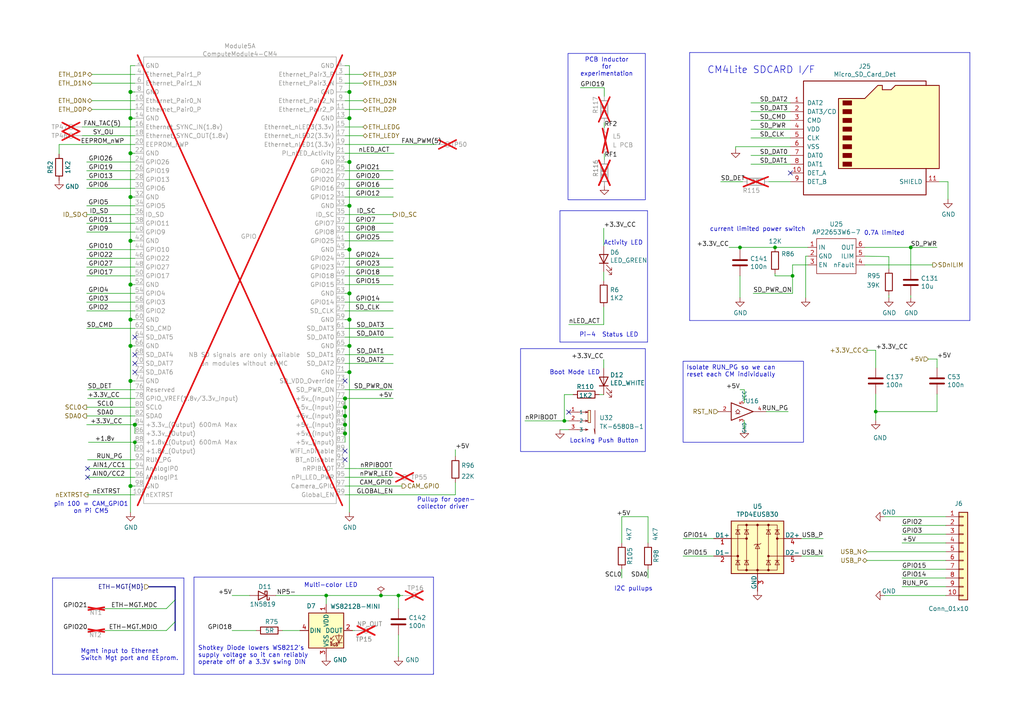
<source format=kicad_sch>
(kicad_sch (version 20231120) (generator "eeschema") (generator_version "8.0")
  (paper "A4")
  (title_block (title "Hexa-Pi") (date "2024-01/02") (rev "1.0") (company "Coxyz") (comment 1 "fjc"))
  (junction (at 37.846 110.49) (diameter 1.016))
  (junction (at 101.346 46.99) (diameter 1.016))
  (junction (at 101.346 107.95) (diameter 1.016))
  (junction (at 101.346 92.71) (diameter 1.016))
  (junction (at 115.57 172.72))
  (junction (at 39.116 123.19) (diameter 1.016))
  (junction (at 101.346 100.33) (diameter 1.016))
  (junction (at 100.076 125.73) (diameter 1.016))
  (junction (at 37.846 82.55) (diameter 1.016))
  (junction (at 101.346 72.39) (diameter 1.016))
  (junction (at 101.346 26.67) (diameter 1.016))
  (junction (at 37.846 92.71) (diameter 1.016))
  (junction (at 37.846 26.67) (diameter 1.016))
  (junction (at 101.346 59.69) (diameter 1.016))
  (junction (at 37.846 100.33) (diameter 1.016))
  (junction (at 100.076 120.65) (diameter 1.016))
  (junction (at 254 119.38))
  (junction (at 214.63 71.755))
  (junction (at 37.846 34.29) (diameter 1.016))
  (junction (at 224.79 71.755) (diameter 0.9144))
  (junction (at 37.846 57.15) (diameter 1.016))
  (junction (at 94.615 172.72))
  (junction (at 39.116 128.27))
  (junction (at 37.846 44.45) (diameter 1.016))
  (junction (at 229.87 80.01))
  (junction (at 100.076 123.19) (diameter 1.016))
  (junction (at 163.6804 122.0737))
  (junction (at 110.49 172.72))
  (junction (at 37.846 69.85) (diameter 1.016))
  (junction (at 100.076 118.11) (diameter 1.016))
  (junction (at 37.846 140.97) (diameter 1.016))
  (junction (at 264.16 71.755) (diameter 0.9144))
  (junction (at 100.076 115.57) (diameter 1.016))
  (junction (at 101.346 34.29) (diameter 1.016))
  (junction (at 101.346 85.09) (diameter 1.016))
  (no_connect (at 39.116 107.95))
  (no_connect (at 25.4 135.89))
  (no_connect (at 39.116 102.87))
  (no_connect (at 164.9504 119.5337))
  (no_connect (at 229.235 50.165))
  (no_connect (at 39.116 105.41))
  (no_connect (at 100.076 110.49))
  (no_connect (at 25.4 138.43))
  (no_connect (at 100.076 133.35))
  (no_connect (at 39.116 97.79))
  (no_connect (at 100.076 130.81))
  (bus_entry (at 50.8 173.99) (size -2.54 2.54))
  (bus_entry (at 50.8 180.34) (size -2.54 2.54))
  (wire (pts (xy 229.235 32.385) (xy 217.805 32.385)))
  (wire (pts (xy 100.076 92.71) (xy 101.346 92.71)))
  (wire (pts (xy 229.87 80.01) (xy 224.79 80.01)))
  (wire (pts (xy 37.846 26.67) (xy 37.846 34.29)))
  (wire (pts (xy 132.08 139.954) (xy 132.08 143.51)))
  (wire (pts (xy 100.076 140.97) (xy 116.586 140.97)))
  (wire (pts (xy 101.346 85.09) (xy 101.346 92.71)))
  (wire (pts (xy 37.846 100.33) (xy 39.116 100.33)))
  (wire (pts (xy 39.116 26.67) (xy 37.846 26.67)))
  (wire (pts (xy 115.57 172.72) (xy 116.84 172.72)))
  (wire (pts (xy 214.63 72.39) (xy 214.63 71.755)))
  (wire (pts (xy 175.1104 94.1337) (xy 175.1104 89.0537)))
  (wire (pts (xy 251.46 160.02) (xy 274.32 160.02)))
  (wire (pts (xy 100.076 120.65) (xy 100.076 123.19)))
  (wire (pts (xy 272.415 52.705) (xy 274.955 52.705)))
  (wire (pts (xy 261.62 167.64) (xy 274.32 167.64)))
  (wire (pts (xy 100.076 41.91) (xy 125.0579 41.91)))
  (wire (pts (xy 100.076 67.31) (xy 114.046 67.31)))
  (wire (pts (xy 175.1104 78.8937) (xy 175.1104 81.4337)))
  (wire (pts (xy 100.076 24.13) (xy 105.2993 24.13)))
  (wire (pts (xy 100.076 87.63) (xy 114.046 87.63)))
  (wire (pts (xy 254 101.6) (xy 254 106.68)))
  (wire (pts (xy 100.076 85.09) (xy 101.346 85.09)))
  (wire (pts (xy 100.076 54.61) (xy 114.046 54.61)))
  (wire (pts (xy 37.846 92.71) (xy 39.116 92.71)))
  (wire (pts (xy 100.076 115.57) (xy 100.076 118.11)))
  (wire (pts (xy 251.46 101.6) (xy 254 101.6)))
  (wire (pts (xy 39.116 125.73) (xy 39.116 123.19)))
  (wire (pts (xy 180.34 149.86) (xy 180.34 157.48)))
  (wire (pts (xy 25.146 54.61) (xy 39.116 54.61)))
  (wire (pts (xy 101.346 92.71) (xy 101.346 100.33)))
  (wire (pts (xy 25.146 49.53) (xy 39.116 49.53)))
  (wire (pts (xy 26.67 31.75) (xy 39.116 31.75)))
  (wire (pts (xy 25.654 128.27) (xy 39.116 128.27)))
  (wire (pts (xy 100.076 19.05) (xy 101.346 19.05)))
  (wire (pts (xy 100.076 135.89) (xy 113.8154 135.9227)))
  (wire (pts (xy 175.26 36.9873) (xy 175.2619 36.9873)))
  (wire (pts (xy 37.846 69.85) (xy 39.116 69.85)))
  (wire (pts (xy 100.076 138.43) (xy 114.046 138.43)))
  (bus (pts (xy 43.18 170.18) (xy 50.8 170.18)))
  (wire (pts (xy 180.34 167.64) (xy 180.34 165.1)))
  (wire (pts (xy 261.62 165.1) (xy 274.32 165.1)))
  (polyline (pts (xy 200.025 15.24) (xy 281.305 15.24)) (stroke (width 0) (type solid)))
  (wire (pts (xy 100.076 105.41) (xy 114.046 105.41)))
  (wire (pts (xy 25.146 143.51) (xy 39.116 143.51)))
  (wire (pts (xy 173.8404 114.4537) (xy 175.1104 114.4537)))
  (wire (pts (xy 229.235 40.005) (xy 217.805 40.005)))
  (wire (pts (xy 101.346 26.67) (xy 101.346 34.29)))
  (wire (pts (xy 101.346 34.29) (xy 101.346 46.99)))
  (polyline (pts (xy 125.73 195.326) (xy 125.73 195.58)) (stroke (width 0) (type solid)))
  (wire (pts (xy 271.78 104.14) (xy 271.78 106.68)))
  (wire (pts (xy 25.146 52.07) (xy 39.116 52.07)))
  (wire (pts (xy 25.146 90.17) (xy 39.116 90.17)))
  (wire (pts (xy 211.455 71.755) (xy 214.63 71.755)))
  (wire (pts (xy 25.146 62.23) (xy 39.116 62.23)))
  (wire (pts (xy 213.36 42.545) (xy 213.36 43.18)))
  (wire (pts (xy 217.805 37.465) (xy 229.235 37.465)))
  (wire (pts (xy 37.846 110.49) (xy 39.116 110.49)))
  (wire (pts (xy 126.4928 41.8976) (xy 125.0579 41.8976)))
  (wire (pts (xy 101.346 19.05) (xy 101.346 26.67)))
  (wire (pts (xy 39.116 130.81) (xy 39.116 128.27)))
  (wire (pts (xy 25.146 95.25) (xy 39.116 95.25)))
  (wire (pts (xy 25.146 118.11) (xy 39.116 118.11)))
  (wire (pts (xy 217.805 45.085) (xy 229.235 45.085)))
  (wire (pts (xy 37.846 69.85) (xy 37.846 82.55)))
  (wire (pts (xy 37.846 110.49) (xy 37.846 140.97)))
  (wire (pts (xy 214.63 113.03) (xy 215.9 113.03)))
  (wire (pts (xy 198.12 156.21) (xy 207.01 156.21)))
  (wire (pts (xy 254 119.38) (xy 271.78 119.38)))
  (wire (pts (xy 100.076 31.75) (xy 105.2993 31.75)))
  (wire (pts (xy 115.57 184.15) (xy 115.57 190.5)))
  (wire (pts (xy 37.846 100.33) (xy 37.846 110.49)))
  (polyline (pts (xy 281.305 15.24) (xy 281.305 92.964)) (stroke (width 0) (type solid)))
  (wire (pts (xy 37.846 140.97) (xy 37.846 148.59)))
  (wire (pts (xy 25.146 74.93) (xy 39.116 74.93)))
  (wire (pts (xy 101.346 107.95) (xy 101.346 148.59)))
  (wire (pts (xy 39.116 140.97) (xy 37.846 140.97)))
  (wire (pts (xy 251.46 162.56) (xy 274.32 162.56)))
  (wire (pts (xy 25.146 72.39) (xy 39.116 72.39)))
  (wire (pts (xy 23.876 36.83) (xy 39.116 36.83)))
  (wire (pts (xy 37.846 19.05) (xy 37.846 26.67)))
  (wire (pts (xy 37.846 57.15) (xy 37.846 69.85)))
  (wire (pts (xy 163.6804 114.4537) (xy 166.2204 114.4537)))
  (polyline (pts (xy 15.24 167.64) (xy 15.24 195.58)) (stroke (width 0) (type solid)))
  (polyline (pts (xy 15.24 167.64) (xy 53.34 167.64)) (stroke (width 0) (type solid)))
  (polyline (pts (xy 15.24 195.58) (xy 53.34 195.58)) (stroke (width 0) (type solid)))
  (polyline (pts (xy 53.34 195.58) (xy 53.34 167.64)) (stroke (width 0) (type solid)))
  (bus (pts (xy 50.8 170.18) (xy 50.8 173.99)))
  (wire (pts (xy 37.846 44.45) (xy 39.116 44.45)))
  (wire (pts (xy 110.49 172.72) (xy 115.57 172.72)))
  (wire (pts (xy 25.146 67.31) (xy 39.116 67.31)))
  (wire (pts (xy 100.076 74.93) (xy 114.046 74.93)))
  (wire (pts (xy 100.076 123.19) (xy 100.076 125.73)))
  (wire (pts (xy 100.076 52.07) (xy 114.046 52.07)))
  (wire (pts (xy 222.25 119.38) (xy 228.6 119.38)))
  (polyline (pts (xy 162.4104 61.1137) (xy 187.8104 61.1137)) (stroke (width 0) (type solid)))
  (polyline (pts (xy 162.4104 99.2137) (xy 162.4104 61.1137)) (stroke (width 0) (type solid)))
  (polyline (pts (xy 187.8104 61.1137) (xy 187.8104 99.2137)) (stroke (width 0) (type solid)))
  (wire (pts (xy 25.146 87.63) (xy 39.116 87.63)))
  (wire (pts (xy 224.79 71.755) (xy 234.315 71.755)))
  (wire (pts (xy 17.145 41.91) (xy 17.145 44.704)))
  (wire (pts (xy 114.046 95.25) (xy 100.076 95.25)))
  (wire (pts (xy 30.48 182.88) (xy 48.26 182.88)))
  (wire (pts (xy 100.076 57.15) (xy 114.046 57.15)))
  (wire (pts (xy 37.846 82.55) (xy 37.846 92.71)))
  (wire (pts (xy 175.3003 44.6661) (xy 175.3003 46.3035)))
  (wire (pts (xy 100.076 29.21) (xy 105.2993 29.21)))
  (wire (pts (xy 114.046 102.87) (xy 100.076 102.87)))
  (wire (pts (xy 37.846 34.29) (xy 37.846 44.45)))
  (wire (pts (xy 215.9 124.46) (xy 215.9 121.92)))
  (wire (pts (xy 250.825 76.835) (xy 270.51 76.835)))
  (wire (pts (xy 23.876 39.37) (xy 39.116 39.37)))
  (wire (pts (xy 175.2619 44.6661) (xy 175.3003 44.6661)))
  (wire (pts (xy 214.63 80.01) (xy 214.63 86.36)))
  (wire (pts (xy 215.9 113.03) (xy 215.9 116.84)))
  (wire (pts (xy 229.235 52.705) (xy 223.0252 52.705)))
  (wire (pts (xy 175.2619 44.6661) (xy 175.2619 44.6073)))
  (wire (pts (xy 25.146 123.19) (xy 39.116 123.19)))
  (wire (pts (xy 26.67 24.13) (xy 39.116 24.13)))
  (wire (pts (xy 257.81 85.598) (xy 257.81 86.36)))
  (wire (pts (xy 256.54 172.72) (xy 274.32 172.72)))
  (wire (pts (xy 25.146 64.77) (xy 39.116 64.77)))
  (wire (pts (xy 100.076 49.53) (xy 114.046 49.53)))
  (wire (pts (xy 94.615 172.72) (xy 94.615 175.26)))
  (wire (pts (xy 25.146 59.69) (xy 39.116 59.69)))
  (wire (pts (xy 254 121.92) (xy 254 119.38)))
  (wire (pts (xy 100.076 113.03) (xy 114.046 113.03)))
  (wire (pts (xy 100.076 118.11) (xy 100.076 120.65)))
  (wire (pts (xy 25.4 133.35) (xy 39.116 133.35)))
  (wire (pts (xy 100.076 44.45) (xy 114.3 44.45)))
  (wire (pts (xy 250.825 71.755) (xy 264.16 71.755)))
  (wire (pts (xy 264.16 71.755) (xy 271.78 71.755)))
  (wire (pts (xy 100.076 64.77) (xy 114.046 64.77)))
  (wire (pts (xy 261.62 154.94) (xy 274.32 154.94)))
  (wire (pts (xy 37.846 92.71) (xy 37.846 100.33)))
  (wire (pts (xy 218.44 85.09) (xy 229.87 85.09)))
  (wire (pts (xy 224.79 80.01) (xy 224.79 79.375)))
  (wire (pts (xy 229.87 76.835) (xy 229.87 80.01)))
  (wire (pts (xy 234.315 76.835) (xy 229.87 76.835)))
  (wire (pts (xy 198.12 161.29) (xy 207.01 161.29)))
  (wire (pts (xy 213.36 42.545) (xy 229.235 42.545)))
  (wire (pts (xy 80.01 172.72) (xy 94.615 172.72)))
  (wire (pts (xy 30.48 176.53) (xy 48.26 176.53)))
  (wire (pts (xy 274.955 52.705) (xy 274.955 57.785)))
  (wire (pts (xy 100.076 62.23) (xy 114.046 62.23)))
  (wire (pts (xy 100.076 59.69) (xy 101.346 59.69)))
  (wire (pts (xy 175.26 35.56) (xy 175.26 36.9873)))
  (wire (pts (xy 100.076 143.51) (xy 132.08 143.51)))
  (polyline (pts (xy 56.261 167.386) (xy 56.261 195.58)) (stroke (width 0) (type solid)))
  (polyline (pts (xy 56.261 167.386) (xy 125.73 167.386)) (stroke (width 0) (type solid)))
  (polyline (pts (xy 56.261 195.58) (xy 125.73 195.58)) (stroke (width 0) (type solid)))
  (polyline (pts (xy 125.73 195.326) (xy 125.73 167.386)) (stroke (width 0) (type solid)))
  (polyline (pts (xy 200.025 92.964) (xy 200.025 15.24)) (stroke (width 0) (type solid)))
  (wire (pts (xy 232.41 161.29) (xy 238.76 161.29)))
  (wire (pts (xy 100.076 26.67) (xy 101.346 26.67)))
  (wire (pts (xy 152.2504 122.0737) (xy 163.6804 122.0737)))
  (wire (pts (xy 234.315 74.295) (xy 233.68 74.295)))
  (wire (pts (xy 100.076 97.79) (xy 114.046 97.79)))
  (wire (pts (xy 101.346 72.39) (xy 101.346 85.09)))
  (wire (pts (xy 100.076 107.95) (xy 101.346 107.95)))
  (wire (pts (xy 261.62 170.18) (xy 274.32 170.18)))
  (wire (pts (xy 261.62 152.4) (xy 274.32 152.4)))
  (wire (pts (xy 180.34 149.86) (xy 187.96 149.86)))
  (wire (pts (xy 101.346 100.33) (xy 101.346 107.95)))
  (wire (pts (xy 163.6804 122.0737) (xy 164.9504 122.0737)))
  (wire (pts (xy 25.146 80.01) (xy 39.116 80.01)))
  (wire (pts (xy 100.076 100.33) (xy 101.346 100.33)))
  (wire (pts (xy 25.146 46.99) (xy 39.116 46.99)))
  (wire (pts (xy 39.116 19.05) (xy 37.846 19.05)))
  (wire (pts (xy 175.26 27.94) (xy 175.26 25.4335)))
  (wire (pts (xy 37.846 57.15) (xy 39.116 57.15)))
  (wire (pts (xy 100.076 72.39) (xy 101.346 72.39)))
  (wire (pts (xy 100.076 36.83) (xy 105.2993 36.83)))
  (wire (pts (xy 261.62 157.48) (xy 274.32 157.48)))
  (wire (pts (xy 102.235 182.88) (xy 102.87 182.88)))
  (wire (pts (xy 269.24 104.14) (xy 271.78 104.14)))
  (wire (pts (xy 217.805 29.845) (xy 229.235 29.845)))
  (wire (pts (xy 257.81 74.422) (xy 257.81 77.978)))
  (wire (pts (xy 232.41 156.21) (xy 238.76 156.21)))
  (bus (pts (xy 50.8 180.34) (xy 50.8 182.88)))
  (wire (pts (xy 25.4 138.43) (xy 39.116 138.43)))
  (wire (pts (xy 209.0369 52.7092) (xy 215.4052 52.7092)))
  (wire (pts (xy 39.116 34.29) (xy 37.846 34.29)))
  (wire (pts (xy 81.915 182.88) (xy 86.995 182.88)))
  (polyline (pts (xy 162.4104 99.2137) (xy 187.8104 99.2137)) (stroke (width 0) (type solid)))
  (wire (pts (xy 26.67 29.21) (xy 39.116 29.21)))
  (polyline (pts (xy 281.305 92.964) (xy 200.025 92.964)) (stroke (width 0) (type solid)))
  (wire (pts (xy 67.31 172.72) (xy 72.39 172.72)))
  (wire (pts (xy 17.145 41.91) (xy 39.116 41.91)))
  (wire (pts (xy 175.1104 66.1937) (xy 175.1104 71.2737)))
  (wire (pts (xy 264.16 78.105) (xy 264.16 71.755)))
  (wire (pts (xy 233.68 74.295) (xy 233.68 86.36)))
  (wire (pts (xy 229.87 80.01) (xy 229.87 85.09)))
  (wire (pts (xy 25.4 113.03) (xy 39.116 113.03)))
  (wire (pts (xy 125.0579 41.8976) (xy 125.0579 41.91)))
  (wire (pts (xy 67.31 182.88) (xy 74.295 182.88)))
  (wire (pts (xy 25.146 77.47) (xy 39.116 77.47)))
  (wire (pts (xy 37.846 44.45) (xy 37.846 57.15)))
  (wire (pts (xy 250.825 74.295) (xy 257.81 74.422)))
  (wire (pts (xy 264.16 86.36) (xy 264.16 85.725)))
  (wire (pts (xy 100.076 69.85) (xy 114.046 69.85)))
  (wire (pts (xy 214.63 71.755) (xy 224.79 71.755)))
  (wire (pts (xy 175.26 25.4335) (xy 168.3266 25.4335)))
  (wire (pts (xy 100.076 80.01) (xy 114.046 80.01)))
  (wire (pts (xy 100.076 125.73) (xy 100.076 128.27)))
  (wire (pts (xy 271.78 114.3) (xy 271.78 119.38)))
  (wire (pts (xy 37.846 82.55) (xy 39.116 82.55)))
  (wire (pts (xy 163.6804 114.4537) (xy 163.6804 122.0737)))
  (wire (pts (xy 101.346 59.69) (xy 101.346 72.39)))
  (wire (pts (xy 187.96 149.86) (xy 187.96 157.48)))
  (wire (pts (xy 217.805 34.925) (xy 229.235 34.925)))
  (wire (pts (xy 25.4 115.57) (xy 39.116 115.57)))
  (wire (pts (xy 100.076 34.29) (xy 101.346 34.29)))
  (bus (pts (xy 50.8 173.99) (xy 50.8 180.34)))
  (wire (pts (xy 25.146 85.09) (xy 39.116 85.09)))
  (wire (pts (xy 254 114.3) (xy 254 119.38)))
  (wire (pts (xy 229.235 47.625) (xy 217.805 47.625)))
  (wire (pts (xy 25.146 120.65) (xy 39.116 120.65)))
  (wire (pts (xy 115.57 172.72) (xy 115.57 176.53)))
  (wire (pts (xy 25.4 135.89) (xy 39.116 135.89)))
  (wire (pts (xy 100.076 46.99) (xy 101.346 46.99)))
  (wire (pts (xy 26.67 21.59) (xy 39.116 21.59)))
  (wire (pts (xy 100.076 39.37) (xy 105.2993 39.37)))
  (wire (pts (xy 100.076 115.57) (xy 114.046 115.57)))
  (wire (pts (xy 114.046 90.17) (xy 100.076 90.17)))
  (wire (pts (xy 162.4104 124.6137) (xy 164.9504 124.6137)))
  (wire (pts (xy 100.076 82.55) (xy 114.046 82.55)))
  (wire (pts (xy 101.346 46.99) (xy 101.346 59.69)))
  (wire (pts (xy 132.08 130.429) (xy 132.08 132.334)))
  (wire (pts (xy 223.0252 52.705) (xy 223.0252 52.7092)))
  (wire (pts (xy 164.9504 94.1337) (xy 175.1104 94.1337)))
  (wire (pts (xy 175.1104 104.2937) (xy 175.1104 106.8337)))
  (wire (pts (xy 100.076 77.47) (xy 114.046 77.47)))
  (wire (pts (xy 187.96 167.64) (xy 187.96 165.1)))
  (wire (pts (xy 100.076 21.59) (xy 105.2993 21.59)))
  (wire (pts (xy 94.615 172.72) (xy 110.49 172.72)))
  (wire (pts (xy 256.54 149.86) (xy 274.32 149.86)))
  (rectangle (start 150.9804 101.1187) (end 187.1754 130.9637))
  (text_box "PCB Inductor\nfor \nexperimentation" (at 164.7448 15.4998 0) (size 22.4306 42.4389) (effects (font (size 1.27 1.27)) (justify top)))
  (text_box "I2C pullups" (at 177.165 168.91 0) (size 13.2736 3.5923) (stroke (width -0.0001)) (effects (font (size 1.27 1.27)) (justify left top)))
  (text_box "Isolate RUN_PG so we can\nreset each CM individually" (at 198.12 104.775 0) (size 34.925 23.495) (effects (font (size 1.27 1.27)) (justify left top)))
  (text "Boot Mode LED" (at 159.3624 108.8657 0) (effects (font (size 1.27 1.27)) (justify left bottom)))
  (text "Locking Push Button" (at 165.2044 128.6777 0) (effects (font (size 1.27 1.27)) (justify left bottom)))
  (text "0.7A limited" (at 262.382 68.453 0) (effects (font (size 1.27 1.27)) (justify right bottom)))
  (text "Pi-4  Status LED\n" (at 167.9984 97.9437 0) (effects (font (size 1.27 1.27)) (justify left bottom)))
  (text "CM4Lite SDCARD I/F" (at 205.105 21.59 0) (effects (font (size 2.007 2.007)) (justify left bottom)))
  (text "Pullup for open-\ncollector driver" (at 120.904 147.828 0) (effects (font (size 1.27 1.27)) (justify left bottom)))
  (text "Shotkey Diode lowers WS8212's\nsupply voltage so it can reliably\noperate off of a 3.3V swing DIN" (at 57.404 192.913 0) (effects (font (size 1.27 1.27)) (justify left bottom)))
  (text "Multi-color LED" (at 88.138 170.561 0) (effects (font (size 1.27 1.27)) (justify left bottom)))
  (text "Mgmt input to Ethernet \nSwitch Mgt port and EEprom." (at 23.368 191.77 0) (effects (font (size 1.27 1.27)) (justify left bottom)))
  (text "pin 100 = CAM_GPIO1\non Pi CM5" (at 26.416 147.32 0) (effects (font (size 1.27 1.27))))
  (text "current limited power switch" (at 233.68 67.31 0) (effects (font (size 1.27 1.27)) (justify right bottom)))
  (text "Activity LED" (at 175.1104 71.2737 0) (effects (font (size 1.27 1.27)) (justify left bottom)))
  (label "+5V" (at 182.88 149.86 180))
  (label "AIN1{slash}CC1" (at 36.4552 135.89 180))
  (label "+3.3V_CC" (at 25.4 115.57 0))
  (label "SD_PWR_ON" (at 218.44 85.09 0))
  (label "GPIO20" (at 110.236 52.07 180))
  (label "GPIO19" (at 168.3266 25.4335 0))
  (label "GPIO21" (at 25.4 176.53 180))
  (label "SCL0" (at 33.02 118.11 180))
  (label "EEPROM_nWP" (at 36.068 41.91 180))
  (label "GPIO2" (at 31.496 90.17 180))
  (label "SD_DAT0" (at 220.345 45.085 0))
  (label "GPIO13" (at 32.766 52.07 180))
  (label "ETH-MGT.MDIO" (at 45.72 182.88 180))
  (label "nLED_ACT" (at 113.03 44.45 180))
  (label "GPIO8" (at 108.966 67.31 180))
  (label "GPIO23" (at 110.236 77.47 180))
  (label "GPIO4" (at 31.496 85.09 180))
  (label "nLED_ACT" (at 164.9504 94.1337 0))
  (label "SD_PWR" (at 271.78 71.755 180))
  (label "GPIO22" (at 32.766 74.93 180))
  (label "SD_DET" (at 25.4 113.03 0))
  (label "GPIO19" (at 32.766 49.53 180))
  (label "SD_CLK" (at 220.345 40.005 0))
  (label "SDA0" (at 33.02 120.65 180))
  (label "SD_DAT0" (at 111.506 97.79 180))
  (label "GPIO24" (at 110.236 74.93 180))
  (label "+5V" (at 261.62 157.48 0))
  (label "+3.3V_CC" (at 175.1104 104.2937 180))
  (label "SD_CMD" (at 220.345 34.925 0))
  (label "+5V" (at 113.792 115.57 180))
  (label "RUN_PG" (at 35.56 133.35 180))
  (label "RF1" (at 175.3003 45.8708 0))
  (label "GPIO27" (at 32.766 77.47 180))
  (label "GPIO11" (at 32.766 64.77 180))
  (label "GPIO17" (at 32.766 80.01 180))
  (label "SD_DAT1" (at 111.506 102.87 180))
  (label "+3.3V_CC" (at 211.455 71.755 180))
  (label "SCL0" (at 180.34 167.64 180))
  (label "+3.3V_CC" (at 254 101.6 0))
  (label "GPIO7" (at 108.966 64.77 180))
  (label "RF2" (at 175.2619 36.9873 0))
  (label "+3.3V_CC" (at 35.56 123.19 180))
  (label "nPWR_LED" (at 114.046 138.43 180))
  (label "+3.3V_CC" (at 175.1104 66.1937 0))
  (label "SD_CLK" (at 110.236 90.17 180))
  (label "GPIO5" (at 31.496 59.69 180))
  (label "+5V" (at 271.78 104.14 0))
  (label "FAN_TAC(5)" (at 24.1946 36.83 0))
  (label "GPIO6" (at 31.496 54.61 180))
  (label "GPIO3" (at 261.62 154.94 0))
  (label "ID_SC" (at 108.966 62.23 180))
  (label "RUN_PG" (at 228.6 119.38 180))
  (label "GPIO25" (at 110.236 69.85 180))
  (label "GPIO10" (at 32.766 72.39 180))
  (label "SD_DAT3" (at 111.506 95.25 180))
  (label "FAN_PWM(5)" (at 116.3655 41.91 0))
  (label "SDA0" (at 187.96 167.64 180))
  (label "GPIO14" (at 261.62 167.64 0))
  (label "GPIO14" (at 198.12 156.21 0))
  (label "SD_DET" (at 209.0369 52.7092 0))
  (label "GPIO14" (at 110.236 87.63 180))
  (label "SD_DAT3" (at 220.345 32.385 0))
  (label "nRPIBOOT" (at 113.8154 135.9227 180))
  (label "GPIO26" (at 32.766 46.99 180))
  (label "+5V" (at 67.31 172.72 180))
  (label "SD_DAT2" (at 111.506 105.41 180))
  (label "USB_N" (at 238.76 161.29 180))
  (label "+5V" (at 214.63 113.03 180))
  (label "USB_P" (at 238.76 156.21 180))
  (label "+1.8v" (at 33.274 128.27 180))
  (label "+5V" (at 132.08 130.429 0))
  (label "CAM_GPIO" (at 113.665 140.97 180))
  (label "AIN0{slash}CC2" (at 36.272 138.43 180))
  (label "GPIO15" (at 261.62 165.1 0))
  (label "GPIO2" (at 261.62 152.4 0))
  (label "GPIO15" (at 110.236 82.55 180))
  (label "GPIO16" (at 110.236 54.61 180))
  (label "GPIO15" (at 198.12 161.29 0))
  (label "SD_CMD" (at 32.766 95.25 180))
  (label "GPIO18" (at 67.31 182.88 180))
  (label "ID_SD" (at 31.496 62.23 180))
  (label "SD_DAT1" (at 220.345 47.625 0))
  (label "SD_PWR" (at 220.345 37.465 0))
  (label "GPIO3" (at 31.496 87.63 180))
  (label "SD_DAT2" (at 220.345 29.845 0))
  (label "SY_OU" (at 33.02 39.37 180))
  (label "GLOBAL_EN" (at 114.046 143.51 180))
  (label "RUN_PG" (at 261.62 170.18 0))
  (label "SD_PWR_ON" (at 102.616 113.03 0))
  (label "nRPIBOOT" (at 152.2504 122.0737 0))
  (label "ETH-MGT.MDC" (at 45.72 176.53 180))
  (label "GPIO12" (at 110.236 57.15 180))
  (label "GPIO20" (at 25.4 182.88 180))
  (label "GPIO21" (at 110.236 49.53 180))
  (label "GPIO18" (at 110.236 80.01 180))
  (label "GPIO9" (at 31.496 67.31 180))
  (label "NP5-" (at 80.264 172.72 0))
  (label "nEXTRST" (at 34.925 143.51 180))
  (hierarchical_label "ETH_LEDG" (shape bidirectional) (at 105.2993 36.83 0))
  (hierarchical_label "ETH_LEDY" (shape bidirectional) (at 105.2993 39.37 0))
  (hierarchical_label "SDA0" (shape output) (at 25.146 120.65 180))
  (hierarchical_label "ETH_D1N" (shape bidirectional) (at 26.67 24.13 180))
  (hierarchical_label "ETH_D3N" (shape bidirectional) (at 105.2993 24.13 0))
  (hierarchical_label "RST_N" (shape input) (at 208.28 119.38 180))
  (hierarchical_label "CAM_GPIO" (shape output) (at 116.586 140.97 0))
  (hierarchical_label "+3.3V_CC" (shape output) (at 251.46 101.6 180))
  (hierarchical_label "ID_SC" (shape output) (at 114.046 62.23 0))
  (hierarchical_label "ETH_D3P" (shape bidirectional) (at 105.2993 21.59 0))
  (hierarchical_label "ETH-MGT{MD}" (shape input) (at 43.18 170.18 180))
  (hierarchical_label "ETH_D0P" (shape bidirectional) (at 26.67 31.75 180))
  (hierarchical_label "nEXTRST" (shape output) (at 25.5483 143.51 180))
  (hierarchical_label "SCL0" (shape output) (at 25.146 118.11 180))
  (hierarchical_label "ETH_D0N" (shape bidirectional) (at 26.67 29.21 180))
  (hierarchical_label "SDnILIM" (shape output) (at 270.51 76.835 0))
  (hierarchical_label "USB_N" (shape bidirectional) (at 251.46 160.02 180))
  (hierarchical_label "ETH_D2N" (shape bidirectional) (at 105.2993 29.21 0))
  (hierarchical_label "+5V" (shape input) (at 269.24 104.14 180))
  (hierarchical_label "ETH_D2P" (shape bidirectional) (at 105.2993 31.75 0))
  (hierarchical_label "ID_SD" (shape output) (at 25.146 62.23 180))
  (hierarchical_label "USB_P" (shape bidirectional) (at 251.46 162.56 180))
  (hierarchical_label "ETH_D1P" (shape bidirectional) (at 26.67 21.59 180))
  (symbol (lib_id "CM4IO:ComputeModule4-CM4") (at 72.136 74.93 0) (unit 1) (dnp yes)
    (property "Reference" "Module5" (at 69.596 13.335 0))
    (property "Value" "ComputeModule4-CM4" (at 69.596 15.6464 0))
    (property "Footprint" "CM4IO:Raspberry-Pi-4-Compute-Module" (effects (hide yes)))
    (property "LCSC Part #" "DNP" (effects (hide yes)))
    (property "Part Description" "Generic Compute Module with 2 100 Pin Connectors" (effects (hide yes)))
    (property "Special" "DNP" (effects (hide yes)))
  )
  (symbol (lib_id "Device:C") (at 264.16 81.915 0) (unit 1)
    (property "Reference" "C131" (at 267.081 80.7466 0) (effects (justify left)))
    (property "Value" "10u" (at 267.081 83.058 0) (effects (justify left)))
    (property "Footprint" "Capacitor_SMD:C_0402_1005Metric" (effects (hide yes)))
    (property "Datasheet" "http://www.samsungsem.com/kr/support/product-search/mlcc/CL21B106KPQNNNE.jsp" (effects (hide yes)))
    (property "LCSC Part #" "C15525" (effects (hide yes)))
    (property "Part Description" "6.3V 10uF X5R ±10% 0402 Multilayer Ceramic Capacitors MLCC" (effects (hide yes)))
  )
  (symbol (lib_id "power:GND") (at 37.846 148.59 0) (unit 1)
    (property "Reference" "#PWR0141" (effects (hide yes)))
    (property "Value" "GND" (at 37.973 152.9842 0))
  )
  (symbol (lib_id "power:GND") (at 101.346 148.59 0) (unit 1)
    (property "Reference" "#PWR0140" (effects (hide yes)))
    (property "Value" "GND" (at 101.473 152.9842 0))
  )
  (symbol (lib_id "Device:LED") (at 175.1104 75.0837 90) (unit 1)
    (property "Reference" "D6" (at 176.9392 73.2041 90) (effects (justify right)))
    (property "Value" "LED_GREEN" (at 176.9392 75.5155 90) (effects (justify right)))
    (property "Footprint" "LED_SMD:LED_0603_1608Metric_Pad1.05x0.95mm_HandSolder" (effects (hide yes)))
    (property "Datasheet" "https://katalog.we.org" (effects (hide yes)))
    (property "LCSC Part #" "  C965805" (effects (hide yes)))
    (property "Part Description" "Emerald 0603 Light Emitting Diode" (effects (hide yes)))
  )
  (symbol (lib_id "Device:R") (at 175.1104 85.2437 0) (unit 1)
    (property "Reference" "R6" (at 176.8884 84.0753 0) (effects (justify left)))
    (property "Value" "1K2" (at 176.8884 86.3867 0) (effects (justify left)))
    (property "Footprint" "Resistor_SMD:R_0603_1608Metric" (effects (hide yes)))
    (property "LCSC Part #" "C22765" (effects (hide yes)))
    (property "Part Description" "100mW ±1% 1.2kΩ 0603 Chip Resistor - Surface Mount" (effects (hide yes)))
  )
  (symbol (lib_id "Connector:Micro_SD_Card_Det") (at 252.095 40.005 0) (unit 1)
    (property "Reference" "J25" (at 250.825 19.2532 0))
    (property "Value" "Micro_SD_Card_Det" (at 250.825 21.5646 0))
    (property "Footprint" "CM4IO:SDCARD_MOLEX_503398-1892" (effects (hide yes)))
    (property "Datasheet" "https://www.molex.com/pdm_docs/sd/5033981892_sd.pdf" (effects (hide yes)))
    (property "LCSC Part #" "C428492" (effects (hide yes)))
    (property "Part Description" "1.28mm Gold Deck MicroSD card (TF card) Self bomb SMD" (effects (hide yes)))
    (property "Special" "BACK" (effects (hide yes)))
  )
  (symbol (lib_id "power:GND") (at 213.36 43.18 0) (unit 1)
    (property "Reference" "#PWR0122" (effects (hide yes)))
    (property "Value" "GND" (effects (hide yes)))
  )
  (symbol (lib_id "power:GND") (at 274.955 57.785 0) (unit 1)
    (property "Reference" "#PWR0129" (effects (hide yes)))
    (property "Value" "GND" (at 275.082 62.1792 0))
  )
  (symbol (lib_id "Connector:TestPoint") (at 114.046 138.43 270) (unit 1) (dnp yes)
    (property "Reference" "TP55" (at 119.126 138.43 90) (effects (justify left)))
    (property "Value" "SY_IN" (effects (hide yes)))
    (property "Footprint" "TestPoint:TestPoint_Pad_D1.0mm" (effects (hide yes)))
    (property "LCSC Part #" "DNP" (effects (hide yes)))
    (property "Part Description" "testpoint" (effects (hide yes)))
    (property "Special" "DNP" (effects (hide yes)))
  )
  (symbol (lib_id "Device:R") (at 257.81 81.788 0) (unit 1)
    (property "Reference" "R95" (at 251.46 80.01 0) (effects (justify left)))
    (property "Value" "39K" (at 251.3527 82.7364 0) (effects (justify left)))
    (property "Footprint" "Resistor_SMD:R_0603_1608Metric" (effects (hide yes)))
    (property "LCSC Part #" "C23153" (effects (hide yes)))
    (property "Part Description" "100mW ±1% 39kΩ 0603 Chip Resistor - Surface Mount" (effects (hide yes)))
  )
  (symbol (lib_id "CM4IO:74LVC1G07_copy") (at 215.9 119.38 0) (unit 1)
    (property "Reference" "U16" (at 218.148 116.3003 0))
    (property "Value" "74LVC1G07SE-7" (effects (hide yes)))
    (property "Footprint" "Package_TO_SOT_SMD:SOT-353_SC-70-5" (effects (hide yes)))
    (property "Datasheet" "https://www.diodes.com/assets/Datasheets/74LVC1G07.pdf" (effects (hide yes)))
    (property "LCSC Part #" "C7830" (effects (hide yes)))
    (property "Part Description" "1 32mA 1.65V~5.5V 1 SC-70-5 Open Drain Buffer" (effects (hide yes)))
  )
  (symbol (lib_name "TestPoint_1") (lib_id "Connector:TestPoint") (at 23.876 36.83 90) (unit 1) (dnp yes)
    (property "Reference" "TP47" (at 17.272 36.83 90))
    (property "Value" "SY_IN" (effects (hide yes)))
    (property "Footprint" "TestPoint:TestPoint_Pad_D1.0mm" (effects (hide yes)))
    (property "LCSC Part #" "DNP" (effects (hide yes)))
    (property "Part Description" "testpoint" (effects (hide yes)))
    (property "Special" "DNP" (effects (hide yes)))
  )
  (symbol (lib_id "Device:C") (at 115.57 180.34 0) (unit 1)
    (property "Reference" "C142" (at 118.491 179.1716 0) (effects (justify left)))
    (property "Value" "100n" (at 118.491 181.483 0) (effects (justify left)))
    (property "Footprint" "Capacitor_SMD:C_0402_1005Metric" (effects (hide yes)))
    (property "Datasheet" "https://search.murata.co.jp/Ceramy/image/img/A01X/G101/ENG/GRM21BR71A106KA73-01.pdf" (effects (hide yes)))
    (property "LCSC Part #" "C1525" (effects (hide yes)))
    (property "Part Description" "50V 100nF X7R ±10% 0402 Multilayer Ceramic Capacitors MLCC" (effects (hide yes)))
  )
  (symbol (lib_id "Device:R") (at 187.96 161.29 0) (unit 1)
    (property "Reference" "R98" (at 190.3222 161.29 90))
    (property "Value" "4K7" (at 190.0936 154.94 90))
    (property "Footprint" "Resistor_SMD:R_0603_1608Metric" (effects (hide yes)))
    (property "LCSC Part #" "C23162" (effects (hide yes)))
    (property "Part Description" "100mW  ±1% 4.7kΩ 0603 Chip Resistor - Surface Mount" (effects (hide yes)))
  )
  (symbol (lib_id "power:GND") (at 175.3003 53.9235 0) (mirror y) (unit 1)
    (property "Reference" "#PWR0120" (effects (hide yes)))
    (property "Value" "GND" (effects (hide yes)))
  )
  (symbol (lib_id "power:GND") (at 233.68 86.36 0) (unit 1)
    (property "Reference" "#PWR0146" (effects (hide yes)))
    (property "Value" "GND" (effects (hide yes)))
  )
  (symbol (lib_id "power:GND") (at 115.57 190.5 0) (unit 1)
    (property "Reference" "#PWR017" (effects (hide yes)))
    (property "Value" "GND" (at 119.6078 191.3931 0))
  )
  (symbol (lib_id "CM4IO:AP2553W6") (at 243.205 74.295 0) (unit 1)
    (property "Reference" "U25" (at 242.57 65.024 0))
    (property "Value" "AP22653W6-7" (at 242.57 67.3354 0))
    (property "Footprint" "Package_TO_SOT_SMD:SOT-23-6" (effects (hide yes)))
    (property "Datasheet" "https://www.diodes.com/assets/Datasheets/AP22652_53_52A_53A.pdf" (effects (hide yes)))
    (property "LCSC Part #" "C2158037" (effects (hide yes)))
    (property "Part Description" "2.1A 1 SOT-26/SOT23-6 Power Distribution Switch" (effects (hide yes)))
  )
  (symbol (lib_id "Device:R") (at 219.2152 52.7092 90) (unit 1) (in_bom no) (dnp yes)
    (property "Reference" "R115" (at 220.4852 55.2492 90) (effects (justify left)))
    (property "Value" "0R" (at 220.4852 52.7092 90) (effects (justify left)))
    (property "Footprint" "Resistor_SMD:R_0603_1608Metric" (effects (hide yes)))
    (property "LCSC Part #" "C21189" (effects (hide yes)))
    (property "Part Description" "100mW ±1% 0Ω 0603 Chip Resistor - Surface Mount" (effects (hide yes)))
    (property "Special" "DNP" (effects (hide yes)))
  )
  (symbol (lib_id "Device:LED") (at 175.1104 110.6437 90) (unit 1)
    (property "Reference" "D12" (at 176.9392 108.7641 90) (effects (justify right)))
    (property "Value" "LED_WHITE" (at 176.9392 111.0755 90) (effects (justify right)))
    (property "Footprint" "LED_SMD:LED_0603_1608Metric_Pad1.05x0.95mm_HandSolder" (effects (hide yes)))
    (property "Datasheet" "https://katalog.we.org" (effects (hide yes)))
    (property "LCSC Part #" "C2290" (effects (hide yes)))
    (property "Part Description" "White 0603 Light Emitting Diode" (effects (hide yes)))
  )
  (symbol (lib_name "TestPoint_3") (lib_id "Connector:TestPoint") (at 116.84 172.72 270) (unit 1) (in_bom no) (dnp yes)
    (property "Reference" "TP16" (at 122.936 170.561 90) (effects (justify right)))
    (property "Value" "+5" (effects (hide yes)))
    (property "Footprint" "TestPoint:TestPoint_Pad_D1.0mm" (effects (hide yes)))
    (property "LCSC Part #" "DNP" (effects (hide yes)))
    (property "Part Description" "testpoint" (effects (hide yes)))
    (property "Special" "DNP" (effects (hide yes)))
  )
  (symbol (lib_id "Device:R") (at 132.08 136.144 180) (unit 1)
    (property "Reference" "R96" (at 137.668 135.001 0) (effects (justify left)))
    (property "Value" "22K" (at 137.668 138.176 0) (effects (justify left)))
    (property "Footprint" "Resistor_SMD:R_0603_1608Metric" (effects (hide yes)))
    (property "LCSC Part #" "C31850" (effects (hide yes)))
    (property "Part Description" "100mW ±1% 22kΩ 0603 Chip Resistor - Surface Mount" (effects (hide yes)))
  )
  (symbol (lib_id "Device:L") (at 175.2619 40.7973 0) (unit 1) (dnp yes)
    (property "Reference" "L5" (at 177.6504 39.5272 0) (effects (justify left)))
    (property "Value" "L PCB" (at 177.6504 42.0672 0) (effects (justify left)))
    (property "Footprint" "pcb_coils:COIL_24T16MM" (effects (hide yes)))
    (property "Description" "Inductor" (effects (hide yes)))
    (property "Part Description" "PCB Inductor for Experimentation - COIL_24T16MM" (effects (hide yes)))
    (property "LCSC Part #" "DNP" (effects (hide yes)))
    (property "Special" "DNP" (effects (hide yes)))
  )
  (symbol (lib_id "Diode:1N5819") (at 76.2 172.72 180) (unit 1)
    (property "Reference" "D11" (at 76.835 170.18 0))
    (property "Value" "1N5819" (at 76.2 175.26 0))
    (property "Footprint" "Diode_SMD:D_SOD-323" (effects (hide yes)))
    (property "Datasheet" "http://www.vishay.com/docs/88525/1n5817.pdf" (effects (hide yes)))
    (property "LCSC Part #" "C2828425" (effects (hide yes)))
    (property "Part Description" "40V Single 1A 900mV@3A SOD-323 Schottky Barrier Diodes" (effects (hide yes)))
  )
  (symbol (lib_id "Device:R") (at 175.26 31.75 0) (unit 1) (in_bom no) (dnp yes)
    (property "Reference" "R117" (at 172.72 33.02 90) (effects (justify left)))
    (property "Value" "5R" (at 175.26 33.02 90) (effects (justify left)))
    (property "Footprint" "Resistor_SMD:R_0603_1608Metric" (effects (hide yes)))
    (property "LCSC Part #" "C25197" (effects (hide yes)))
    (property "Part Description" "100mW ±1% 5Ω 0603 Chip Resistor - Surface Mount" (effects (hide yes)))
    (property "Special" "DNP" (effects (hide yes)))
  )
  (symbol (lib_id "Device:NetTie_2") (at 27.94 176.53 0) (unit 1) (in_bom no) (dnp yes)
    (property "Reference" "NT1" (at 27.813 177.673 0))
    (property "Value" "NetTie_2" (effects (hide yes)))
    (property "Footprint" "CM4IO:NetTie-2_SMD_Pad0.23mm" (effects (hide yes)))
    (property "Special" "DNP" (effects (hide yes)))
    (property "LCSC Part #" "DNP" (effects (hide yes)))
    (property "Part Description" "net tie" (effects (hide yes)))
  )
  (symbol (lib_id "power:GND") (at 215.9 124.46 0) (mirror y) (unit 1)
    (property "Reference" "#PWR0150" (effects (hide yes)))
    (property "Value" "GND" (effects (hide yes)))
  )
  (symbol (lib_id "JLC2KiCad:TK-6580B-1") (at 170.0304 122.0737 270) (unit 1)
    (property "Reference" "U32" (at 173.8404 121.1846 90) (effects (justify left)))
    (property "Value" "TK-6580B-1" (at 173.8404 123.7246 90) (effects (justify left)))
    (property "Footprint" "JLC2KiCad:SW-TH_TK-6580B-1" (effects (hide yes)))
    (property "Datasheet" "https://item.szlcsc.com/2797774.html" (effects (hide yes)))
    (property "LCSC" "C2689829" (effects (hide yes)))
    (property "LCSC Part #" "C2689829" (effects (hide yes)))
    (property "Part Description" "LATCHING Horizontal Plug SPDT 180gf Plugin Pushbutton Switch" (effects (hide yes)))
    (property "Special" "TH" (effects (hide yes)))
  )
  (symbol (lib_id "power:GND") (at 94.615 190.5 0) (unit 1)
    (property "Reference" "#PWR0142" (effects (hide yes)))
    (property "Value" "GND" (at 98.6528 191.3931 0))
  )
  (symbol (lib_id "power:GND") (at 214.63 86.36 0) (unit 1)
    (property "Reference" "#PWR0145" (effects (hide yes)))
    (property "Value" "GND" (at 214.757 90.7542 0))
  )
  (symbol (lib_id "LED:WS2812B") (at 94.615 182.88 0) (unit 1)
    (property "Reference" "D7" (at 88.9 175.7679 0) (effects (justify left)))
    (property "Value" "WS8212B-MINI" (at 95.758 175.8949 0) (effects (justify left)))
    (property "Footprint" "CM4IO:LED_SK6812MINI_PLCC4_3.5x3.5mm_P1.75mm" (effects (hide yes)))
    (property "Datasheet" "https://datasheet.lcsc.com/lcsc/2106062036_Worldsemi-WS2812B-B-W_C2761795.pdf" (effects (hide yes)))
    (property "LCSC Part #" "C527089" (effects (hide yes)))
    (property "Part Description" "12mA 正贴 RGB 120° 5V SMD3535 Light Emitting Diode" (effects (hide yes)))
  )
  (symbol (lib_id "Device:R") (at 175.3003 50.1135 0) (unit 1) (in_bom no) (dnp yes)
    (property "Reference" "R116" (at 172.7603 51.3835 90) (effects (justify left)))
    (property "Value" "5R" (at 175.3003 51.3835 90) (effects (justify left)))
    (property "Footprint" "Resistor_SMD:R_0603_1608Metric" (effects (hide yes)))
    (property "LCSC Part #" "C25197" (effects (hide yes)))
    (property "Part Description" "100mW ±1% 5Ω 0603 Chip Resistor - Surface Mount" (effects (hide yes)))
    (property "Special" "DNP" (effects (hide yes)))
  )
  (symbol (lib_id "power:GND") (at 219.71 171.45 0) (mirror y) (unit 1)
    (property "Reference" "#PWR0155" (effects (hide yes)))
    (property "Value" "GND" (effects (hide yes)))
  )
  (symbol (lib_id "Device:R") (at 170.0304 114.4537 90) (unit 1)
    (property "Reference" "R110" (at 172.3164 112.1677 90) (effects (justify left)))
    (property "Value" "1K2" (at 171.8084 114.7077 90) (effects (justify left)))
    (property "Footprint" "Resistor_SMD:R_0603_1608Metric" (effects (hide yes)))
    (property "LCSC Part #" "C22765" (effects (hide yes)))
    (property "Part Description" "100mW ±1% 1.2kΩ 0603 Chip Resistor - Surface Mount" (effects (hide yes)))
  )
  (symbol (lib_name "TestPoint_1") (lib_id "Connector:TestPoint") (at 23.876 39.37 90) (unit 1) (dnp yes)
    (property "Reference" "TP46" (at 17.272 39.37 90))
    (property "Value" "SY_OU" (effects (hide yes)))
    (property "Footprint" "TestPoint:TestPoint_Pad_D1.0mm" (effects (hide yes)))
    (property "LCSC Part #" "DNP" (effects (hide yes)))
    (property "Part Description" "testpoint" (effects (hide yes)))
    (property "Special" "DNP" (effects (hide yes)))
  )
  (symbol (lib_name "TestPoint_4") (lib_id "Connector:TestPoint") (at 102.87 182.88 270) (unit 1) (in_bom no) (dnp yes)
    (property "Reference" "TP15" (at 107.95 185.42 90) (effects (justify right)))
    (property "Value" "NP_OUT" (at 103.505 180.975 90) (effects (justify left)))
    (property "Footprint" "TestPoint:TestPoint_Pad_D1.0mm" (effects (hide yes)))
    (property "LCSC Part #" "DNP" (effects (hide yes)))
    (property "Part Description" "testpoint" (effects (hide yes)))
    (property "Special" "DNP" (effects (hide yes)))
  )
  (symbol (lib_id "Connector_Generic:Conn_01x10") (at 279.4 160.02 0) (unit 1)
    (property "Reference" "J6" (at 276.86 146.05 0) (effects (justify left)))
    (property "Value" "Conn_01x10" (at 269.24 176.53 0) (effects (justify left)))
    (property "Footprint" "Connector_JST:JST_GH_SM10B-GHS-TB_1x10-1MP_P1.25mm_Horizontal" (effects (hide yes)))
    (property "Description" "1x10P GH 1 1.25mm male SMD" (effects (hide yes)))
    (property "LCSC Part #" "C2683602" (effects (hide yes)))
    (property "Manuf Partno" "SM10B-GHS-TB" (effects (hide yes)))
    (property "Part Description" "1x10P GH 1 1.25mm,Surface Mount，RA Wire To Board Connr" (effects (hide yes)))
  )
  (symbol (lib_id "Device:C") (at 271.78 110.49 0) (unit 1)
    (property "Reference" "C53" (at 274.701 109.3216 0) (effects (justify left)))
    (property "Value" "100n" (at 274.701 111.633 0) (effects (justify left)))
    (property "Footprint" "Capacitor_SMD:C_0402_1005Metric" (effects (hide yes)))
    (property "Datasheet" "https://search.murata.co.jp/Ceramy/image/img/A01X/G101/ENG/GRM21BR71A106KA73-01.pdf" (effects (hide yes)))
    (property "LCSC Part #" "C1525" (effects (hide yes)))
    (property "Part Description" "50V 100nF X7R ±10% 0402 Multilayer Ceramic Capacitors MLCC" (effects (hide yes)))
  )
  (symbol (lib_id "power:GND") (at 17.145 52.324 0) (unit 1)
    (property "Reference" "#PWR056" (effects (hide yes)))
    (property "Value" "GND" (at 20.955 54.102 0))
  )
  (symbol (lib_id "Device:R") (at 17.145 48.514 180) (unit 1)
    (property "Reference" "R52" (at 14.605 48.514 90))
    (property "Value" "1K2" (at 19.685 48.514 90))
    (property "Footprint" "Resistor_SMD:R_0603_1608Metric" (effects (hide yes)))
    (property "LCSC Part #" "C22765" (effects (hide yes)))
    (property "Part Description" "100mW ±1% 1.2kΩ 0603 Chip Resistor - Surface Mount" (effects (hide yes)))
  )
  (symbol (lib_id "power:GND") (at 264.16 86.36 0) (unit 1)
    (property "Reference" "#PWR0147" (effects (hide yes)))
    (property "Value" "GND" (at 264.287 90.7542 0))
  )
  (symbol (lib_id "power:PWR_FLAG") (at 110.49 172.72 0) (unit 1)
    (property "Reference" "#FLG016" (effects (hide yes)))
    (property "Value" "PWR_FLAG" (effects (hide yes)))
  )
  (symbol (lib_id "power:GND") (at 162.4104 124.6137 0) (mirror y) (unit 1)
    (property "Reference" "#PWR0151" (effects (hide yes)))
    (property "Value" "GND" (effects (hide yes)))
  )
  (symbol (lib_id "Device:R") (at 180.34 161.29 0) (unit 1)
    (property "Reference" "R105" (at 182.7022 161.29 90))
    (property "Value" "4K7" (at 182.4736 154.94 90))
    (property "Footprint" "Resistor_SMD:R_0603_1608Metric" (effects (hide yes)))
    (property "LCSC Part #" "C23162" (effects (hide yes)))
    (property "Part Description" "100mW  ±1% 4.7kΩ 0603 Chip Resistor - Surface Mount" (effects (hide yes)))
  )
  (symbol (lib_id "power:GND") (at 254 121.92 0) (unit 1)
    (property "Reference" "#PWR0148" (effects (hide yes)))
    (property "Value" "GND" (at 255.27 127 0))
  )
  (symbol (lib_id "power:GND") (at 256.54 149.86 270) (mirror x) (unit 1)
    (property "Reference" "#PWR071" (effects (hide yes)))
    (property "Value" "GND" (at 257.81 148.59 90))
  )
  (symbol (lib_id "power:GND") (at 257.81 86.36 0) (unit 1)
    (property "Reference" "#PWR0127" (effects (hide yes)))
    (property "Value" "GND" (at 257.937 90.7542 0))
  )
  (symbol (lib_id "Device:C") (at 214.63 76.2 0) (unit 1)
    (property "Reference" "C141" (at 217.551 75.0316 0) (effects (justify left)))
    (property "Value" "100n" (at 217.551 77.343 0) (effects (justify left)))
    (property "Footprint" "Capacitor_SMD:C_0402_1005Metric" (effects (hide yes)))
    (property "Datasheet" "https://search.murata.co.jp/Ceramy/image/img/A01X/G101/ENG/GRM21BR71A106KA73-01.pdf" (effects (hide yes)))
    (property "LCSC Part #" "C1525" (effects (hide yes)))
    (property "Part Description" "50V 100nF X7R ±10% 0402 Multilayer Ceramic Capacitors MLCC" (effects (hide yes)))
  )
  (symbol (lib_id "Device:C") (at 254 110.49 0) (unit 1)
    (property "Reference" "C137" (at 256.921 109.3216 0) (effects (justify left)))
    (property "Value" "100n" (at 256.921 111.633 0) (effects (justify left)))
    (property "Footprint" "Capacitor_SMD:C_0402_1005Metric" (effects (hide yes)))
    (property "Datasheet" "https://search.murata.co.jp/Ceramy/image/img/A01X/G101/ENG/GRM21BR71A106KA73-01.pdf" (effects (hide yes)))
    (property "LCSC Part #" "C1525" (effects (hide yes)))
    (property "Part Description" "50V 100nF X7R ±10% 0402 Multilayer Ceramic Capacitors MLCC" (effects (hide yes)))
  )
  (symbol (lib_name "TestPoint_1") (lib_id "Connector:TestPoint") (at 126.4928 41.8976 270) (unit 1) (dnp yes)
    (property "Reference" "TP50" (at 133.0968 41.8976 90))
    (property "Value" "SY_IN" (effects (hide yes)))
    (property "Footprint" "TestPoint:TestPoint_Pad_D1.0mm" (effects (hide yes)))
    (property "LCSC Part #" "DNP" (effects (hide yes)))
    (property "Part Description" "testpoint" (effects (hide yes)))
    (property "Special" "DNP" (effects (hide yes)))
  )
  (symbol (lib_id "Device:NetTie_2") (at 27.94 182.88 0) (unit 1) (dnp yes)
    (property "Reference" "NT2" (at 27.686 184.15 0))
    (property "Value" "NetTie_2" (effects (hide yes)))
    (property "Footprint" "CM4IO:NetTie-2_SMD_Pad0.23mm" (effects (hide yes)))
    (property "Special" "DNP" (effects (hide yes)))
    (property "LCSC Part #" "DNP" (effects (hide yes)))
    (property "Part Description" "net tie" (effects (hide yes)))
  )
  (symbol (lib_id "Device:R") (at 224.79 75.565 0) (unit 1)
    (property "Reference" "R86" (at 226.568 73.66 0) (effects (justify left)))
    (property "Value" "12K" (at 222.885 69.977 0) (effects (justify left)))
    (property "Footprint" "Resistor_SMD:R_0603_1608Metric" (effects (hide yes)))
    (property "LCSC Part #" "C22790" (effects (hide yes)))
    (property "Part Description" "100mW ±1% 12kΩ 0603 Chip Resistor - Surface Mount" (effects (hide yes)))
  )
  (symbol (lib_id "Device:R") (at 78.105 182.88 270) (unit 1)
    (property "Reference" "R75" (at 76.835 180.34 90) (effects (justify left)))
    (property "Value" "5R" (at 76.835 182.88 90) (effects (justify left)))
    (property "Footprint" "Resistor_SMD:R_0603_1608Metric" (effects (hide yes)))
    (property "LCSC Part #" "C25197" (effects (hide yes)))
    (property "Part Description" "100mW ±1% 5Ω 0603 Chip Resistor - Surface Mount" (effects (hide yes)))
  )
  (symbol (lib_id "power:GND") (at 256.54 172.72 270) (mirror x) (unit 1)
    (property "Reference" "#PWR0126" (effects (hide yes)))
    (property "Value" "GND" (at 257.81 171.45 90))
  )
  (symbol (lib_id "CM4IO:TPD4EUSB30") (at 219.71 158.75 0) (unit 1)
    (property "Reference" "U5" (at 219.71 146.8882 0))
    (property "Value" "TPD4EUSB30" (at 219.71 149.1996 0))
    (property "Footprint" "Package_SON:USON-10_2.5x1.0mm_P0.5mm" (effects (hide yes)))
    (property "Datasheet" "http://www.ti.com/lit/ds/symlink/tpd2eusb30a.pdf" (effects (hide yes)))
    (property "LCSC Part #" "C558427" (effects (hide yes)))
    (property "Part Description" "DFN2510-10 Electrostatic and Surge Protection *4 (TVS/ESD)" (effects (hide yes)))
  )
)
</source>
